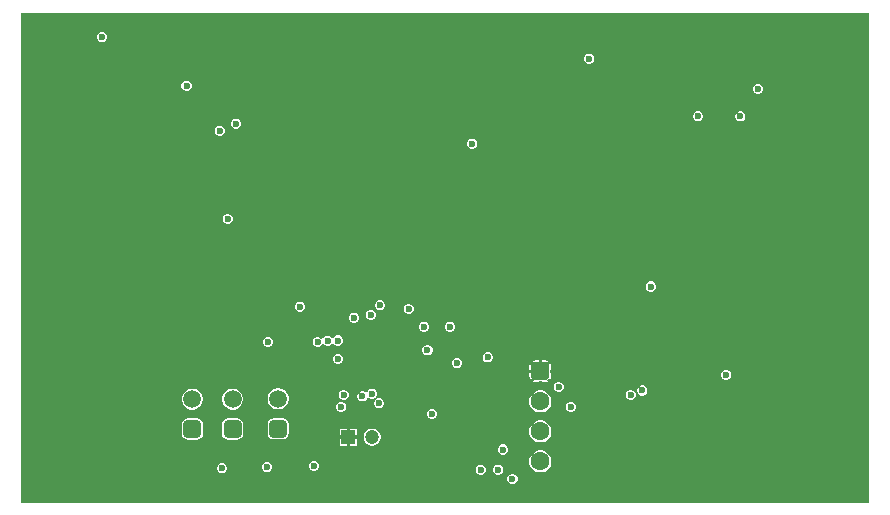
<source format=gbr>
%TF.GenerationSoftware,Altium Limited,Altium Designer,25.4.2 (15)*%
G04 Layer_Physical_Order=3*
G04 Layer_Color=16440176*
%FSLAX45Y45*%
%MOMM*%
%TF.SameCoordinates,3CA1961E-9661-47C5-9BAE-CD2B19B8C498*%
%TF.FilePolarity,Positive*%
%TF.FileFunction,Copper,L3,Inr,Signal*%
%TF.Part,Single*%
G01*
G75*
%TA.AperFunction,ComponentPad*%
%ADD47R,1.20000X1.20000*%
%ADD48C,1.20000*%
%ADD49C,1.52000*%
G04:AMPARAMS|DCode=50|XSize=1.52mm|YSize=1.52mm|CornerRadius=0.38mm|HoleSize=0mm|Usage=FLASHONLY|Rotation=90.000|XOffset=0mm|YOffset=0mm|HoleType=Round|Shape=RoundedRectangle|*
%AMROUNDEDRECTD50*
21,1,1.52000,0.76000,0,0,90.0*
21,1,0.76000,1.52000,0,0,90.0*
1,1,0.76000,0.38000,0.38000*
1,1,0.76000,0.38000,-0.38000*
1,1,0.76000,-0.38000,-0.38000*
1,1,0.76000,-0.38000,0.38000*
%
%ADD50ROUNDEDRECTD50*%
%ADD51C,1.60000*%
G04:AMPARAMS|DCode=52|XSize=1.6mm|YSize=1.6mm|CornerRadius=0.4mm|HoleSize=0mm|Usage=FLASHONLY|Rotation=270.000|XOffset=0mm|YOffset=0mm|HoleType=Round|Shape=RoundedRectangle|*
%AMROUNDEDRECTD52*
21,1,1.60000,0.80000,0,0,270.0*
21,1,0.80000,1.60000,0,0,270.0*
1,1,0.80000,-0.40000,-0.40000*
1,1,0.80000,-0.40000,0.40000*
1,1,0.80000,0.40000,0.40000*
1,1,0.80000,0.40000,-0.40000*
%
%ADD52ROUNDEDRECTD52*%
%TA.AperFunction,ViaPad*%
%ADD53C,0.60000*%
%ADD54C,0.50000*%
G36*
X15089609Y4729413D02*
X7910391D01*
Y8879609D01*
X15089609D01*
Y4729413D01*
D02*
G37*
%LPC*%
G36*
X8604427Y8713205D02*
X8587440D01*
X8571746Y8706704D01*
X8559734Y8694693D01*
X8553233Y8678999D01*
Y8662012D01*
X8559734Y8646318D01*
X8571746Y8634306D01*
X8587440Y8627805D01*
X8604427D01*
X8620120Y8634306D01*
X8632132Y8646318D01*
X8638633Y8662012D01*
Y8678999D01*
X8632132Y8694693D01*
X8620120Y8706704D01*
X8604427Y8713205D01*
D02*
G37*
G36*
X12728493Y8532700D02*
X12711506D01*
X12695813Y8526199D01*
X12683801Y8514187D01*
X12677300Y8498494D01*
Y8481507D01*
X12683801Y8465813D01*
X12695813Y8453801D01*
X12711506Y8447300D01*
X12728493D01*
X12744187Y8453801D01*
X12756199Y8465813D01*
X12762700Y8481507D01*
Y8498494D01*
X12756199Y8514187D01*
X12744187Y8526199D01*
X12728493Y8532700D01*
D02*
G37*
G36*
X9318493Y8302700D02*
X9301506D01*
X9285813Y8296199D01*
X9273801Y8284187D01*
X9267300Y8268493D01*
Y8251506D01*
X9273801Y8235813D01*
X9285813Y8223801D01*
X9301506Y8217300D01*
X9318493D01*
X9334187Y8223801D01*
X9346199Y8235813D01*
X9352700Y8251506D01*
Y8268493D01*
X9346199Y8284187D01*
X9334187Y8296199D01*
X9318493Y8302700D01*
D02*
G37*
G36*
X14155760Y8273824D02*
X14138773D01*
X14123079Y8267323D01*
X14111069Y8255311D01*
X14104567Y8239618D01*
Y8222630D01*
X14111069Y8206937D01*
X14123079Y8194925D01*
X14138773Y8188424D01*
X14155760D01*
X14171454Y8194925D01*
X14183466Y8206937D01*
X14189967Y8222630D01*
Y8239618D01*
X14183466Y8255311D01*
X14171454Y8267323D01*
X14155760Y8273824D01*
D02*
G37*
G36*
X13649988Y8043288D02*
X13633002D01*
X13617307Y8036788D01*
X13605296Y8024776D01*
X13598795Y8009082D01*
Y7992095D01*
X13605296Y7976401D01*
X13617307Y7964389D01*
X13633002Y7957889D01*
X13649988D01*
X13665681Y7964389D01*
X13677695Y7976401D01*
X13684195Y7992095D01*
Y8009082D01*
X13677695Y8024776D01*
X13665681Y8036788D01*
X13649988Y8043288D01*
D02*
G37*
G36*
X14008493Y8042700D02*
X13991505D01*
X13975813Y8036199D01*
X13963802Y8024187D01*
X13957300Y8008494D01*
Y7991506D01*
X13963802Y7975813D01*
X13975813Y7963801D01*
X13991505Y7957300D01*
X14008493D01*
X14024187Y7963801D01*
X14036198Y7975813D01*
X14042700Y7991506D01*
Y8008494D01*
X14036198Y8024187D01*
X14024187Y8036199D01*
X14008493Y8042700D01*
D02*
G37*
G36*
X9739293Y7981900D02*
X9722306D01*
X9706613Y7975399D01*
X9694601Y7963387D01*
X9688100Y7947694D01*
Y7930707D01*
X9694601Y7915013D01*
X9706613Y7903001D01*
X9722306Y7896500D01*
X9739293D01*
X9754987Y7903001D01*
X9766999Y7915013D01*
X9773500Y7930707D01*
Y7947694D01*
X9766999Y7963387D01*
X9754987Y7975399D01*
X9739293Y7981900D01*
D02*
G37*
G36*
X9598494Y7922700D02*
X9581507D01*
X9565813Y7916199D01*
X9553801Y7904187D01*
X9547300Y7888493D01*
Y7871506D01*
X9553801Y7855813D01*
X9565813Y7843801D01*
X9581507Y7837300D01*
X9598494D01*
X9614188Y7843801D01*
X9626199Y7855813D01*
X9632700Y7871506D01*
Y7888493D01*
X9626199Y7904187D01*
X9614188Y7916199D01*
X9598494Y7922700D01*
D02*
G37*
G36*
X11738493Y7812700D02*
X11721506D01*
X11705813Y7806199D01*
X11693801Y7794187D01*
X11687300Y7778493D01*
Y7761506D01*
X11693801Y7745813D01*
X11705813Y7733801D01*
X11721506Y7727300D01*
X11738493D01*
X11754187Y7733801D01*
X11766199Y7745813D01*
X11772700Y7761506D01*
Y7778493D01*
X11766199Y7794187D01*
X11754187Y7806199D01*
X11738493Y7812700D01*
D02*
G37*
G36*
X9666194Y7172700D02*
X9649207D01*
X9633513Y7166199D01*
X9621501Y7154187D01*
X9615000Y7138493D01*
Y7121506D01*
X9621501Y7105813D01*
X9633513Y7093801D01*
X9649207Y7087300D01*
X9666194D01*
X9681887Y7093801D01*
X9693899Y7105813D01*
X9700400Y7121506D01*
Y7138493D01*
X9693899Y7154187D01*
X9681887Y7166199D01*
X9666194Y7172700D01*
D02*
G37*
G36*
X13248492Y6602700D02*
X13231506D01*
X13215813Y6596199D01*
X13203801Y6584187D01*
X13197301Y6568494D01*
Y6551507D01*
X13203801Y6535813D01*
X13215813Y6523801D01*
X13231506Y6517300D01*
X13248492D01*
X13264188Y6523801D01*
X13276199Y6535813D01*
X13282700Y6551507D01*
Y6568494D01*
X13276199Y6584187D01*
X13264188Y6596199D01*
X13248492Y6602700D01*
D02*
G37*
G36*
X10958493Y6442700D02*
X10941506D01*
X10925813Y6436199D01*
X10913801Y6424187D01*
X10907300Y6408493D01*
Y6391506D01*
X10913801Y6375812D01*
X10925813Y6363801D01*
X10941506Y6357300D01*
X10958493D01*
X10974187Y6363801D01*
X10986199Y6375812D01*
X10992700Y6391506D01*
Y6408493D01*
X10986199Y6424187D01*
X10974187Y6436199D01*
X10958493Y6442700D01*
D02*
G37*
G36*
X10278494Y6432700D02*
X10261507D01*
X10245813Y6426199D01*
X10233801Y6414187D01*
X10227300Y6398493D01*
Y6381506D01*
X10233801Y6365813D01*
X10245813Y6353801D01*
X10261507Y6347300D01*
X10278494D01*
X10294187Y6353801D01*
X10306199Y6365813D01*
X10312700Y6381506D01*
Y6398493D01*
X10306199Y6414187D01*
X10294187Y6426199D01*
X10278494Y6432700D01*
D02*
G37*
G36*
X11198493Y6412700D02*
X11181506D01*
X11165813Y6406199D01*
X11153801Y6394187D01*
X11147300Y6378493D01*
Y6361506D01*
X11153801Y6345813D01*
X11165813Y6333801D01*
X11181506Y6327300D01*
X11198493D01*
X11214187Y6333801D01*
X11226199Y6345813D01*
X11232700Y6361506D01*
Y6378493D01*
X11226199Y6394187D01*
X11214187Y6406199D01*
X11198493Y6412700D01*
D02*
G37*
G36*
X10878494Y6362700D02*
X10861507D01*
X10845813Y6356199D01*
X10833801Y6344187D01*
X10827300Y6328494D01*
Y6311507D01*
X10833801Y6295813D01*
X10845813Y6283801D01*
X10861507Y6277300D01*
X10878494D01*
X10894188Y6283801D01*
X10906199Y6295813D01*
X10912700Y6311507D01*
Y6328494D01*
X10906199Y6344187D01*
X10894188Y6356199D01*
X10878494Y6362700D01*
D02*
G37*
G36*
X10737354Y6338158D02*
X10720367D01*
X10704673Y6331657D01*
X10692661Y6319645D01*
X10686160Y6303952D01*
Y6286965D01*
X10692661Y6271271D01*
X10704673Y6259259D01*
X10720367Y6252758D01*
X10737354D01*
X10753048Y6259259D01*
X10765059Y6271271D01*
X10771560Y6286965D01*
Y6303952D01*
X10765059Y6319645D01*
X10753048Y6331657D01*
X10737354Y6338158D01*
D02*
G37*
G36*
X11548494Y6262700D02*
X11531507D01*
X11515813Y6256199D01*
X11503801Y6244187D01*
X11497300Y6228494D01*
Y6211507D01*
X11503801Y6195813D01*
X11515813Y6183801D01*
X11531507Y6177300D01*
X11548494D01*
X11564187Y6183801D01*
X11576199Y6195813D01*
X11582700Y6211507D01*
Y6228494D01*
X11576199Y6244187D01*
X11564187Y6256199D01*
X11548494Y6262700D01*
D02*
G37*
G36*
X11328493D02*
X11311506D01*
X11295813Y6256199D01*
X11283801Y6244187D01*
X11277300Y6228494D01*
Y6211507D01*
X11283801Y6195813D01*
X11295813Y6183801D01*
X11311506Y6177300D01*
X11328493D01*
X11344187Y6183801D01*
X11356199Y6195813D01*
X11362700Y6211507D01*
Y6228494D01*
X11356199Y6244187D01*
X11344187Y6256199D01*
X11328493Y6262700D01*
D02*
G37*
G36*
X10598493Y6145600D02*
X10581506D01*
X10565812Y6139099D01*
X10553801Y6127087D01*
X10553566Y6126520D01*
X10540245Y6125493D01*
X10528233Y6137505D01*
X10512540Y6144005D01*
X10495553D01*
X10479859Y6137505D01*
X10467847Y6125493D01*
X10466032Y6121110D01*
X10451404Y6118983D01*
X10444187Y6126199D01*
X10428493Y6132700D01*
X10411506D01*
X10395813Y6126199D01*
X10383801Y6114187D01*
X10377300Y6098494D01*
Y6081507D01*
X10383801Y6065813D01*
X10395813Y6053801D01*
X10411506Y6047300D01*
X10428493D01*
X10444187Y6053801D01*
X10456199Y6065813D01*
X10458014Y6070195D01*
X10472642Y6072323D01*
X10479859Y6065106D01*
X10495553Y6058606D01*
X10512540D01*
X10528233Y6065106D01*
X10540245Y6077118D01*
X10540480Y6077685D01*
X10553801Y6078712D01*
X10565812Y6066701D01*
X10581506Y6060200D01*
X10598493D01*
X10614187Y6066701D01*
X10626199Y6078713D01*
X10632700Y6094406D01*
Y6111393D01*
X10626199Y6127087D01*
X10614187Y6139099D01*
X10598493Y6145600D01*
D02*
G37*
G36*
X10008494Y6132700D02*
X9991507D01*
X9975813Y6126199D01*
X9963801Y6114187D01*
X9957300Y6098494D01*
Y6081507D01*
X9963801Y6065813D01*
X9975813Y6053801D01*
X9991507Y6047300D01*
X10008494D01*
X10024187Y6053801D01*
X10036199Y6065813D01*
X10042700Y6081507D01*
Y6098494D01*
X10036199Y6114187D01*
X10024187Y6126199D01*
X10008494Y6132700D01*
D02*
G37*
G36*
X11358493Y6062700D02*
X11341506D01*
X11325813Y6056199D01*
X11313801Y6044187D01*
X11307300Y6028493D01*
Y6011506D01*
X11313801Y5995812D01*
X11325813Y5983801D01*
X11341506Y5977300D01*
X11358493D01*
X11374187Y5983801D01*
X11386199Y5995812D01*
X11392700Y6011506D01*
Y6028493D01*
X11386199Y6044187D01*
X11374187Y6056199D01*
X11358493Y6062700D01*
D02*
G37*
G36*
X12346300Y5935732D02*
X12321300D01*
Y5920199D01*
X12291300D01*
Y5935732D01*
X12266300D01*
X12245738Y5931642D01*
X12241022Y5928491D01*
X12251956Y5917557D01*
X12230743Y5896344D01*
X12219809Y5907278D01*
X12216658Y5902562D01*
X12212568Y5882000D01*
Y5857000D01*
X12228101D01*
Y5827000D01*
X12212568D01*
Y5802000D01*
X12216658Y5781438D01*
X12219809Y5776722D01*
X12230743Y5787656D01*
X12251956Y5766443D01*
X12241022Y5755509D01*
X12245738Y5752358D01*
X12266300Y5748268D01*
X12291300D01*
Y5763801D01*
X12321300D01*
Y5748268D01*
X12346300D01*
X12366862Y5752358D01*
X12371578Y5755509D01*
X12360644Y5766443D01*
X12381857Y5787656D01*
X12392791Y5776722D01*
X12395942Y5781438D01*
X12400032Y5802000D01*
Y5827000D01*
X12384499D01*
Y5857000D01*
X12400032D01*
Y5882000D01*
X12395942Y5902562D01*
X12392791Y5907278D01*
X12381857Y5896344D01*
X12360644Y5917557D01*
X12371578Y5928491D01*
X12366862Y5931642D01*
X12346300Y5935732D01*
D02*
G37*
G36*
X11868493Y6002700D02*
X11851506D01*
X11835812Y5996199D01*
X11823801Y5984187D01*
X11817300Y5968494D01*
Y5951507D01*
X11823801Y5935813D01*
X11835812Y5923801D01*
X11851506Y5917300D01*
X11868493D01*
X11884187Y5923801D01*
X11896199Y5935813D01*
X11902700Y5951507D01*
Y5968494D01*
X11896199Y5984187D01*
X11884187Y5996199D01*
X11868493Y6002700D01*
D02*
G37*
G36*
X10599680Y5988813D02*
X10582693D01*
X10566999Y5982312D01*
X10554987Y5970300D01*
X10548486Y5954606D01*
Y5937619D01*
X10554987Y5921925D01*
X10566999Y5909914D01*
X10582693Y5903413D01*
X10599680D01*
X10615374Y5909914D01*
X10627385Y5921925D01*
X10633886Y5937619D01*
Y5954606D01*
X10627385Y5970300D01*
X10615374Y5982312D01*
X10599680Y5988813D01*
D02*
G37*
G36*
X11608493Y5952700D02*
X11591506D01*
X11575813Y5946199D01*
X11563801Y5934188D01*
X11557300Y5918494D01*
Y5901507D01*
X11563801Y5885813D01*
X11575813Y5873801D01*
X11591506Y5867300D01*
X11608493D01*
X11624187Y5873801D01*
X11636199Y5885813D01*
X11642700Y5901507D01*
Y5918494D01*
X11636199Y5934188D01*
X11624187Y5946199D01*
X11608493Y5952700D01*
D02*
G37*
G36*
X13888493Y5852700D02*
X13871506D01*
X13855814Y5846199D01*
X13843800Y5834187D01*
X13837300Y5818494D01*
Y5801507D01*
X13843800Y5785813D01*
X13855814Y5773801D01*
X13871506Y5767300D01*
X13888493D01*
X13904187Y5773801D01*
X13916199Y5785813D01*
X13922701Y5801507D01*
Y5818494D01*
X13916199Y5834187D01*
X13904187Y5846199D01*
X13888493Y5852700D01*
D02*
G37*
G36*
X12468493Y5752700D02*
X12451506D01*
X12435813Y5746199D01*
X12423801Y5734187D01*
X12417300Y5718494D01*
Y5701507D01*
X12423801Y5685813D01*
X12435813Y5673801D01*
X12451506Y5667300D01*
X12468493D01*
X12484187Y5673801D01*
X12496199Y5685813D01*
X12502700Y5701507D01*
Y5718494D01*
X12496199Y5734187D01*
X12484187Y5746199D01*
X12468493Y5752700D01*
D02*
G37*
G36*
X10890294Y5695455D02*
X10873307D01*
X10857614Y5688954D01*
X10845602Y5676943D01*
X10841443Y5666904D01*
X10827683Y5663106D01*
X10827202Y5663184D01*
X10824187Y5666199D01*
X10808493Y5672700D01*
X10791506D01*
X10775813Y5666199D01*
X10763801Y5654187D01*
X10757300Y5638493D01*
Y5621506D01*
X10763801Y5605813D01*
X10775813Y5593801D01*
X10791506Y5587300D01*
X10808493D01*
X10824187Y5593801D01*
X10836199Y5605813D01*
X10840358Y5615852D01*
X10854118Y5619649D01*
X10854599Y5619571D01*
X10857614Y5616556D01*
X10873307Y5610055D01*
X10890294D01*
X10905988Y5616556D01*
X10918000Y5628568D01*
X10924501Y5644262D01*
Y5661249D01*
X10918000Y5676943D01*
X10905988Y5688954D01*
X10890294Y5695455D01*
D02*
G37*
G36*
X13178494Y5722700D02*
X13161507D01*
X13145813Y5716199D01*
X13133801Y5704187D01*
X13127299Y5688494D01*
Y5671507D01*
X13133801Y5655813D01*
X13145813Y5643801D01*
X13161507Y5637300D01*
X13178494D01*
X13194186Y5643801D01*
X13206200Y5655813D01*
X13212700Y5671507D01*
Y5688494D01*
X13206200Y5704187D01*
X13194186Y5716199D01*
X13178494Y5722700D01*
D02*
G37*
G36*
X13078494Y5682700D02*
X13061507D01*
X13045813Y5676199D01*
X13033801Y5664187D01*
X13027299Y5648493D01*
Y5631506D01*
X13033801Y5615812D01*
X13045813Y5603801D01*
X13061507Y5597300D01*
X13078494D01*
X13094186Y5603801D01*
X13106200Y5615812D01*
X13112700Y5631506D01*
Y5648493D01*
X13106200Y5664187D01*
X13094186Y5676199D01*
X13078494Y5682700D01*
D02*
G37*
G36*
X10648494D02*
X10631507D01*
X10615813Y5676199D01*
X10603801Y5664187D01*
X10597300Y5648493D01*
Y5631506D01*
X10603801Y5615812D01*
X10615813Y5603801D01*
X10631507Y5597300D01*
X10648494D01*
X10664187Y5603801D01*
X10676199Y5615812D01*
X10682700Y5631506D01*
Y5648493D01*
X10676199Y5664187D01*
X10664187Y5676199D01*
X10648494Y5682700D01*
D02*
G37*
G36*
X10948493Y5612700D02*
X10931506D01*
X10915813Y5606199D01*
X10903801Y5594187D01*
X10897300Y5578494D01*
Y5561507D01*
X10903801Y5545813D01*
X10915813Y5533801D01*
X10931506Y5527300D01*
X10948493D01*
X10964187Y5533801D01*
X10976199Y5545813D01*
X10982700Y5561507D01*
Y5578494D01*
X10976199Y5594187D01*
X10964187Y5606199D01*
X10948493Y5612700D01*
D02*
G37*
G36*
X10097128Y5697464D02*
X10073773D01*
X10051214Y5691419D01*
X10030988Y5679741D01*
X10014473Y5663227D01*
X10002796Y5643001D01*
X9996751Y5620442D01*
Y5597086D01*
X10002796Y5574527D01*
X10014473Y5554301D01*
X10030988Y5537786D01*
X10051214Y5526109D01*
X10073773Y5520064D01*
X10097128D01*
X10119687Y5526109D01*
X10139913Y5537786D01*
X10156428Y5554301D01*
X10168105Y5574527D01*
X10174150Y5597086D01*
Y5620442D01*
X10168105Y5643001D01*
X10156428Y5663227D01*
X10139913Y5679741D01*
X10119687Y5691419D01*
X10097128Y5697464D01*
D02*
G37*
G36*
X9711678Y5695700D02*
X9688322D01*
X9665763Y5689655D01*
X9645537Y5677977D01*
X9629022Y5661463D01*
X9617345Y5641237D01*
X9611300Y5618678D01*
Y5595322D01*
X9617345Y5572763D01*
X9629022Y5552537D01*
X9645537Y5536022D01*
X9665763Y5524345D01*
X9688322Y5518300D01*
X9711678D01*
X9734237Y5524345D01*
X9754463Y5536022D01*
X9770977Y5552537D01*
X9782655Y5572763D01*
X9788700Y5595322D01*
Y5618678D01*
X9782655Y5641237D01*
X9770977Y5661463D01*
X9754463Y5677977D01*
X9734237Y5689655D01*
X9711678Y5695700D01*
D02*
G37*
G36*
X9371678D02*
X9348322D01*
X9325763Y5689655D01*
X9305537Y5677977D01*
X9289023Y5661463D01*
X9277345Y5641237D01*
X9271300Y5618678D01*
Y5595322D01*
X9277345Y5572763D01*
X9289023Y5552537D01*
X9305537Y5536022D01*
X9325763Y5524345D01*
X9348322Y5518300D01*
X9371678D01*
X9394237Y5524345D01*
X9414463Y5536022D01*
X9430978Y5552537D01*
X9442655Y5572763D01*
X9448700Y5595322D01*
Y5618678D01*
X9442655Y5641237D01*
X9430978Y5661463D01*
X9414463Y5677977D01*
X9394237Y5689655D01*
X9371678Y5695700D01*
D02*
G37*
G36*
X12571783Y5584182D02*
X12554796D01*
X12539102Y5577682D01*
X12527090Y5565670D01*
X12520589Y5549976D01*
Y5532989D01*
X12527090Y5517295D01*
X12539102Y5505283D01*
X12554796Y5498783D01*
X12571783D01*
X12587476Y5505283D01*
X12599488Y5517295D01*
X12605989Y5532989D01*
Y5549976D01*
X12599488Y5565670D01*
X12587476Y5577682D01*
X12571783Y5584182D01*
D02*
G37*
G36*
X10628494Y5582700D02*
X10611507D01*
X10595813Y5576199D01*
X10583801Y5564187D01*
X10577300Y5548494D01*
Y5531507D01*
X10583801Y5515813D01*
X10595813Y5503801D01*
X10611507Y5497300D01*
X10628494D01*
X10644187Y5503801D01*
X10656199Y5515813D01*
X10662700Y5531507D01*
Y5548494D01*
X10656199Y5564187D01*
X10644187Y5576199D01*
X10628494Y5582700D01*
D02*
G37*
G36*
X12318504Y5680700D02*
X12294096D01*
X12270519Y5674382D01*
X12249381Y5662178D01*
X12232122Y5644919D01*
X12219918Y5623781D01*
X12213600Y5600204D01*
Y5575796D01*
X12219918Y5552219D01*
X12232122Y5531081D01*
X12249381Y5513822D01*
X12270519Y5501618D01*
X12294096Y5495300D01*
X12318504D01*
X12342081Y5501618D01*
X12363219Y5513822D01*
X12380478Y5531081D01*
X12392682Y5552219D01*
X12399000Y5575796D01*
Y5600204D01*
X12392682Y5623781D01*
X12380478Y5644919D01*
X12363219Y5662178D01*
X12342081Y5674382D01*
X12318504Y5680700D01*
D02*
G37*
G36*
X11398494Y5522700D02*
X11381507D01*
X11365813Y5516199D01*
X11353801Y5504187D01*
X11347300Y5488493D01*
Y5471506D01*
X11353801Y5455813D01*
X11365813Y5443801D01*
X11381507Y5437300D01*
X11398494D01*
X11414187Y5443801D01*
X11426199Y5455813D01*
X11432700Y5471506D01*
Y5488493D01*
X11426199Y5504187D01*
X11414187Y5516199D01*
X11398494Y5522700D01*
D02*
G37*
G36*
X10754031Y5357249D02*
X10696331D01*
Y5342748D01*
X10666331D01*
Y5357249D01*
X10608631D01*
Y5299549D01*
X10623132D01*
Y5269549D01*
X10608631D01*
Y5211849D01*
X10666331D01*
Y5226350D01*
X10696331D01*
Y5211849D01*
X10754031D01*
Y5269549D01*
X10739530D01*
Y5299549D01*
X10754031D01*
Y5357249D01*
D02*
G37*
G36*
X10123450Y5444457D02*
X10047451D01*
X10027668Y5440522D01*
X10010898Y5429317D01*
X9999692Y5412546D01*
X9995757Y5392764D01*
Y5316764D01*
X9999692Y5296982D01*
X10010898Y5280211D01*
X10027668Y5269006D01*
X10047451Y5265071D01*
X10123450D01*
X10143233Y5269006D01*
X10160003Y5280211D01*
X10171209Y5296982D01*
X10175144Y5316764D01*
Y5392764D01*
X10171209Y5412546D01*
X10160003Y5429317D01*
X10143233Y5440522D01*
X10123450Y5444457D01*
D02*
G37*
G36*
X9738000Y5442693D02*
X9662000D01*
X9642218Y5438758D01*
X9625447Y5427553D01*
X9614242Y5410782D01*
X9610307Y5391000D01*
Y5315000D01*
X9614242Y5295218D01*
X9625447Y5278447D01*
X9642218Y5267242D01*
X9662000Y5263307D01*
X9738000D01*
X9757782Y5267242D01*
X9774552Y5278447D01*
X9785758Y5295218D01*
X9789693Y5315000D01*
Y5391000D01*
X9785758Y5410782D01*
X9774552Y5427553D01*
X9757782Y5438758D01*
X9738000Y5442693D01*
D02*
G37*
G36*
X9398000D02*
X9322000D01*
X9302218Y5438758D01*
X9285448Y5427553D01*
X9274242Y5410782D01*
X9270307Y5391000D01*
Y5315000D01*
X9274242Y5295218D01*
X9285448Y5278447D01*
X9302218Y5267242D01*
X9322000Y5263307D01*
X9398000D01*
X9417782Y5267242D01*
X9434553Y5278447D01*
X9445758Y5295218D01*
X9449693Y5315000D01*
Y5391000D01*
X9445758Y5410782D01*
X9434553Y5427553D01*
X9417782Y5438758D01*
X9398000Y5442693D01*
D02*
G37*
G36*
X12318504Y5426700D02*
X12294096D01*
X12270519Y5420382D01*
X12249381Y5408178D01*
X12232122Y5390919D01*
X12219918Y5369781D01*
X12213600Y5346204D01*
Y5321796D01*
X12219918Y5298219D01*
X12232122Y5277081D01*
X12249381Y5259822D01*
X12270519Y5247618D01*
X12294096Y5241300D01*
X12318504D01*
X12342081Y5247618D01*
X12363219Y5259822D01*
X12380478Y5277081D01*
X12392682Y5298219D01*
X12399000Y5321796D01*
Y5346204D01*
X12392682Y5369781D01*
X12380478Y5390919D01*
X12363219Y5408178D01*
X12342081Y5420382D01*
X12318504Y5426700D01*
D02*
G37*
G36*
X10890902Y5357249D02*
X10871760D01*
X10853270Y5352295D01*
X10836692Y5342724D01*
X10823157Y5329188D01*
X10813585Y5312610D01*
X10808631Y5294120D01*
Y5274978D01*
X10813585Y5256488D01*
X10823157Y5239911D01*
X10836692Y5226375D01*
X10853270Y5216804D01*
X10871760Y5211849D01*
X10890902D01*
X10909392Y5216804D01*
X10925970Y5226375D01*
X10939505Y5239911D01*
X10949077Y5256488D01*
X10954031Y5274978D01*
Y5294120D01*
X10949077Y5312610D01*
X10939505Y5329188D01*
X10925970Y5342724D01*
X10909392Y5352295D01*
X10890902Y5357249D01*
D02*
G37*
G36*
X11998493Y5222700D02*
X11981506D01*
X11965812Y5216199D01*
X11953801Y5204187D01*
X11947300Y5188494D01*
Y5171507D01*
X11953801Y5155813D01*
X11965812Y5143801D01*
X11981506Y5137300D01*
X11998493D01*
X12014187Y5143801D01*
X12026199Y5155813D01*
X12032700Y5171507D01*
Y5188494D01*
X12026199Y5204187D01*
X12014187Y5216199D01*
X11998493Y5222700D01*
D02*
G37*
G36*
X10398494Y5082700D02*
X10381507D01*
X10365813Y5076199D01*
X10353801Y5064187D01*
X10347300Y5048494D01*
Y5031507D01*
X10353801Y5015813D01*
X10365813Y5003801D01*
X10381507Y4997300D01*
X10398494D01*
X10414187Y5003801D01*
X10426199Y5015813D01*
X10432700Y5031507D01*
Y5048494D01*
X10426199Y5064187D01*
X10414187Y5076199D01*
X10398494Y5082700D01*
D02*
G37*
G36*
X12318504Y5172700D02*
X12294096D01*
X12270519Y5166382D01*
X12249381Y5154178D01*
X12232122Y5136919D01*
X12219918Y5115781D01*
X12213600Y5092204D01*
Y5067796D01*
X12219918Y5044219D01*
X12232122Y5023081D01*
X12249381Y5005822D01*
X12270519Y4993618D01*
X12294096Y4987300D01*
X12318504D01*
X12342081Y4993618D01*
X12363219Y5005822D01*
X12380478Y5023081D01*
X12392682Y5044219D01*
X12399000Y5067796D01*
Y5092204D01*
X12392682Y5115781D01*
X12380478Y5136919D01*
X12363219Y5154178D01*
X12342081Y5166382D01*
X12318504Y5172700D01*
D02*
G37*
G36*
X9998494Y5072700D02*
X9981507D01*
X9965813Y5066199D01*
X9953801Y5054188D01*
X9947300Y5038494D01*
Y5021507D01*
X9953801Y5005813D01*
X9965813Y4993801D01*
X9981507Y4987300D01*
X9998494D01*
X10014187Y4993801D01*
X10026199Y5005813D01*
X10032700Y5021507D01*
Y5038494D01*
X10026199Y5054188D01*
X10014187Y5066199D01*
X9998494Y5072700D01*
D02*
G37*
G36*
X9618494Y5062700D02*
X9601507D01*
X9585813Y5056199D01*
X9573801Y5044188D01*
X9567300Y5028494D01*
Y5011507D01*
X9573801Y4995813D01*
X9585813Y4983801D01*
X9601507Y4977300D01*
X9618494D01*
X9634187Y4983801D01*
X9646199Y4995813D01*
X9652700Y5011507D01*
Y5028494D01*
X9646199Y5044188D01*
X9634187Y5056199D01*
X9618494Y5062700D01*
D02*
G37*
G36*
X11958493Y5052700D02*
X11941506D01*
X11925813Y5046199D01*
X11913801Y5034187D01*
X11907300Y5018493D01*
Y5001506D01*
X11913801Y4985812D01*
X11925813Y4973801D01*
X11941506Y4967300D01*
X11958493D01*
X11974187Y4973801D01*
X11986199Y4985812D01*
X11992700Y5001506D01*
Y5018493D01*
X11986199Y5034187D01*
X11974187Y5046199D01*
X11958493Y5052700D01*
D02*
G37*
G36*
X11808494D02*
X11791507D01*
X11775813Y5046199D01*
X11763801Y5034187D01*
X11757300Y5018493D01*
Y5001506D01*
X11763801Y4985812D01*
X11775813Y4973801D01*
X11791507Y4967300D01*
X11808494D01*
X11824187Y4973801D01*
X11836199Y4985812D01*
X11842700Y5001506D01*
Y5018493D01*
X11836199Y5034187D01*
X11824187Y5046199D01*
X11808494Y5052700D01*
D02*
G37*
G36*
X12078493Y4972700D02*
X12061506D01*
X12045813Y4966199D01*
X12033801Y4954187D01*
X12027300Y4938494D01*
Y4921507D01*
X12033801Y4905813D01*
X12045813Y4893801D01*
X12061506Y4887300D01*
X12078493D01*
X12094187Y4893801D01*
X12106199Y4905813D01*
X12112700Y4921507D01*
Y4938494D01*
X12106199Y4954187D01*
X12094187Y4966199D01*
X12078493Y4972700D01*
D02*
G37*
%LPD*%
D47*
X10681331Y5284549D02*
D03*
D48*
X10881331D02*
D03*
D49*
X9360000Y5607000D02*
D03*
X10085450Y5608764D02*
D03*
X9700000Y5607000D02*
D03*
D50*
X9360000Y5353000D02*
D03*
X10085450Y5354764D02*
D03*
X9700000Y5353000D02*
D03*
D51*
X12306300Y5588000D02*
D03*
Y5334000D02*
D03*
Y5080000D02*
D03*
D52*
Y5842000D02*
D03*
D53*
X14700003Y8400001D02*
D03*
X14875003Y8050001D02*
D03*
X14700003Y7700001D02*
D03*
X14875003Y7350001D02*
D03*
X14700003Y5600001D02*
D03*
X14875003Y5250001D02*
D03*
X14700003Y4900001D02*
D03*
X14350003Y8400001D02*
D03*
Y7700001D02*
D03*
X14525002Y7350001D02*
D03*
X14350003Y7000001D02*
D03*
X14525002Y6650001D02*
D03*
Y5250001D02*
D03*
X14350003Y4900001D02*
D03*
X14000002Y8400001D02*
D03*
X14175002Y7350001D02*
D03*
Y5250001D02*
D03*
X14000002Y4900001D02*
D03*
X13825002Y7350001D02*
D03*
X13650002Y7000001D02*
D03*
X13825002Y5950001D02*
D03*
X13650002Y5600001D02*
D03*
X13825002Y5250001D02*
D03*
X13650002Y4900001D02*
D03*
X13300002Y7000001D02*
D03*
X13475002Y5250001D02*
D03*
X13300002Y4900001D02*
D03*
X12250002Y8400001D02*
D03*
X12425002Y7350001D02*
D03*
X11900002Y8400001D02*
D03*
X11550002D02*
D03*
X11200002D02*
D03*
Y7000001D02*
D03*
X10850002Y8400001D02*
D03*
X11025002Y8050001D02*
D03*
X10850002Y7700001D02*
D03*
X11025002Y7350001D02*
D03*
X10850002Y7000001D02*
D03*
X10675002Y8050001D02*
D03*
X10325002D02*
D03*
Y5250001D02*
D03*
X9975002Y8050001D02*
D03*
X9800002Y6300001D02*
D03*
X9975002Y5950001D02*
D03*
Y5250001D02*
D03*
X9625002Y5950001D02*
D03*
X9275002Y8050001D02*
D03*
X8750002Y4900001D02*
D03*
X8400001D02*
D03*
X8225001Y8050001D02*
D03*
Y7350001D02*
D03*
Y6650001D02*
D03*
X8050001Y6300001D02*
D03*
Y5600001D02*
D03*
Y4900001D02*
D03*
X11420000Y5020000D02*
D03*
X11810000Y5380000D02*
D03*
X10374359Y5633536D02*
D03*
X10890000Y6770000D02*
D03*
X11030000D02*
D03*
X13250000Y5480000D02*
D03*
X14910001Y6660000D02*
D03*
X14260001Y6930000D02*
D03*
X13939999D02*
D03*
X13539999Y7580000D02*
D03*
X13530000Y7240000D02*
D03*
X13680000Y8120000D02*
D03*
X14570000Y8130000D02*
D03*
X13900000Y8650000D02*
D03*
X10020000Y7960000D02*
D03*
X9900000D02*
D03*
X8120000Y7860000D02*
D03*
Y7510000D02*
D03*
Y7130000D02*
D03*
X8130000Y6770000D02*
D03*
X8080000Y6460000D02*
D03*
X8240000Y5370000D02*
D03*
X8370000D02*
D03*
X10252790Y5954410D02*
D03*
X10050000Y6160000D02*
D03*
Y6300000D02*
D03*
X13641495Y8000589D02*
D03*
X11040092Y6311323D02*
D03*
X14900000Y6870000D02*
D03*
X14710001D02*
D03*
Y7000000D02*
D03*
X14900000Y7010000D02*
D03*
X8490000Y5070000D02*
D03*
X8300000D02*
D03*
Y5210000D02*
D03*
X8490000D02*
D03*
X10950000Y6400000D02*
D03*
X11390000Y5480000D02*
D03*
X10504046Y6101306D02*
D03*
X9590000Y7880000D02*
D03*
X9730800Y7939200D02*
D03*
X9657700Y7130000D02*
D03*
X10270000Y6390000D02*
D03*
X10870000Y6320000D02*
D03*
X10728860Y6295458D02*
D03*
X11540000Y6220000D02*
D03*
X11320000D02*
D03*
X11190000Y6370000D02*
D03*
X11730000Y7770000D02*
D03*
X10420000Y6090000D02*
D03*
X10940000Y5570000D02*
D03*
X10881801Y5652755D02*
D03*
X10640000Y5640000D02*
D03*
X10800000Y5630000D02*
D03*
X10620000Y5540000D02*
D03*
X13880000Y5810000D02*
D03*
X13239999Y6560000D02*
D03*
X11860000Y5960000D02*
D03*
X12460000Y5710000D02*
D03*
X11600000Y5910000D02*
D03*
X11350000Y6020000D02*
D03*
X13170000Y5680000D02*
D03*
X13070000Y5640000D02*
D03*
X12563289Y5541482D02*
D03*
X11990000Y5180000D02*
D03*
X11800000Y5010000D02*
D03*
X11950000D02*
D03*
X10590000Y6102900D02*
D03*
X10591186Y5946113D02*
D03*
X10000000Y6090000D02*
D03*
X14000000Y8000000D02*
D03*
X14147267Y8231124D02*
D03*
X9310000Y8260000D02*
D03*
X8595933Y8670505D02*
D03*
X8200000Y8370000D02*
D03*
X8080000D02*
D03*
X8200000Y8550000D02*
D03*
X8080000D02*
D03*
X11310000Y5360000D02*
D03*
X11400000Y5570000D02*
D03*
X12070000Y4930000D02*
D03*
X10390000Y5040000D02*
D03*
X9990000Y5030000D02*
D03*
X9610000Y5020000D02*
D03*
X12720000Y8490000D02*
D03*
D54*
X11158800Y6036700D02*
D03*
Y5913700D02*
D03*
X10748801Y6036700D02*
D03*
Y5913700D02*
D03*
X10953801Y6036700D02*
D03*
Y5913700D02*
D03*
X11069801Y6036700D02*
D03*
Y5913700D02*
D03*
X10837801Y6036700D02*
D03*
Y5913700D02*
D03*
Y6130200D02*
D03*
Y5820200D02*
D03*
X11069801Y6130200D02*
D03*
Y5820200D02*
D03*
X10953801Y6130200D02*
D03*
Y5820200D02*
D03*
%TF.MD5,1dbcb0fc334b88376a0dd37b9a6f2834*%
M02*

</source>
